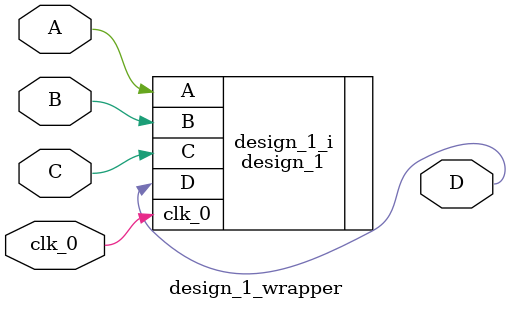
<source format=v>
`timescale 1 ps / 1 ps

module design_1_wrapper
   (A,
    B,
    C,
    D,
    clk_0);
  input [0:0]A;
  input [0:0]B;
  input [0:0]C;
  output [0:0]D;
  input clk_0;

  wire [0:0]A;
  wire [0:0]B;
  wire [0:0]C;
  wire [0:0]D;
  wire clk_0;

  design_1 design_1_i
       (.A(A),
        .B(B),
        .C(C),
        .D(D),
        .clk_0(clk_0));
endmodule

</source>
